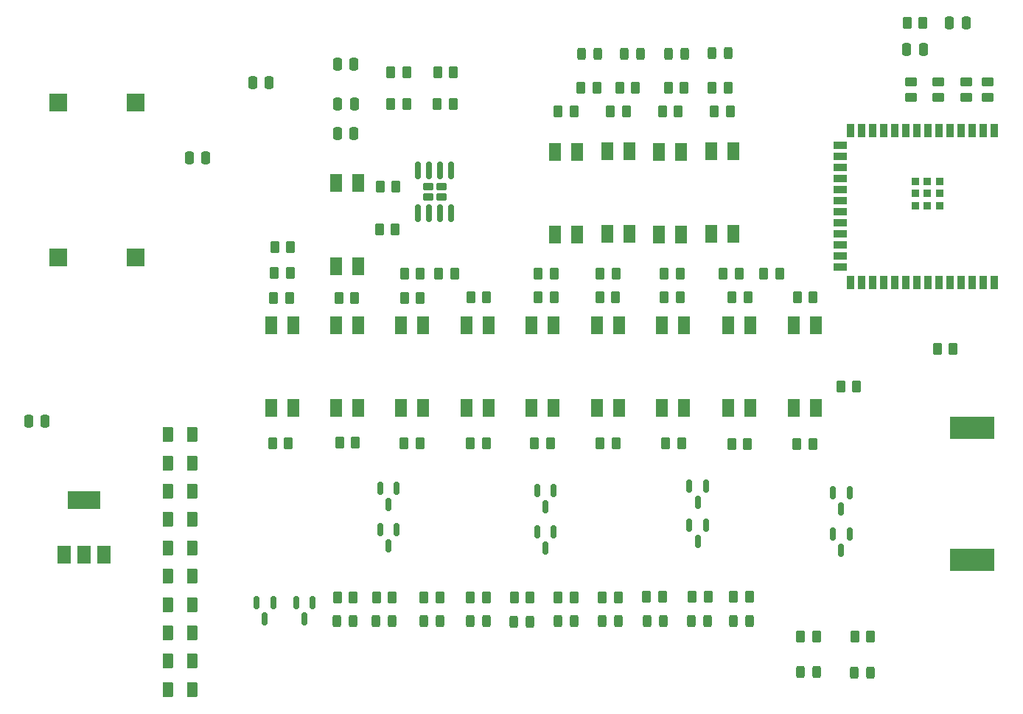
<source format=gbr>
%TF.GenerationSoftware,KiCad,Pcbnew,9.0.5+1*%
%TF.CreationDate,2025-10-19T05:27:58+07:00*%
%TF.ProjectId,TARA_T8X,54415241-5f54-4385-982e-6b696361645f,rev?*%
%TF.SameCoordinates,Original*%
%TF.FileFunction,Paste,Top*%
%TF.FilePolarity,Positive*%
%FSLAX46Y46*%
G04 Gerber Fmt 4.6, Leading zero omitted, Abs format (unit mm)*
G04 Created by KiCad (PCBNEW 9.0.5+1) date 2025-10-19 05:27:58*
%MOMM*%
%LPD*%
G01*
G04 APERTURE LIST*
G04 Aperture macros list*
%AMRoundRect*
0 Rectangle with rounded corners*
0 $1 Rounding radius*
0 $2 $3 $4 $5 $6 $7 $8 $9 X,Y pos of 4 corners*
0 Add a 4 corners polygon primitive as box body*
4,1,4,$2,$3,$4,$5,$6,$7,$8,$9,$2,$3,0*
0 Add four circle primitives for the rounded corners*
1,1,$1+$1,$2,$3*
1,1,$1+$1,$4,$5*
1,1,$1+$1,$6,$7*
1,1,$1+$1,$8,$9*
0 Add four rect primitives between the rounded corners*
20,1,$1+$1,$2,$3,$4,$5,0*
20,1,$1+$1,$4,$5,$6,$7,0*
20,1,$1+$1,$6,$7,$8,$9,0*
20,1,$1+$1,$8,$9,$2,$3,0*%
G04 Aperture macros list end*
%ADD10RoundRect,0.243750X0.243750X0.456250X-0.243750X0.456250X-0.243750X-0.456250X0.243750X-0.456250X0*%
%ADD11RoundRect,0.150000X-0.150000X0.587500X-0.150000X-0.587500X0.150000X-0.587500X0.150000X0.587500X0*%
%ADD12RoundRect,0.250000X-0.262500X-0.450000X0.262500X-0.450000X0.262500X0.450000X-0.262500X0.450000X0*%
%ADD13RoundRect,0.250000X0.262500X0.450000X-0.262500X0.450000X-0.262500X-0.450000X0.262500X-0.450000X0*%
%ADD14RoundRect,0.243750X-0.243750X-0.456250X0.243750X-0.456250X0.243750X0.456250X-0.243750X0.456250X0*%
%ADD15RoundRect,0.250000X0.375000X0.625000X-0.375000X0.625000X-0.375000X-0.625000X0.375000X-0.625000X0*%
%ADD16RoundRect,0.250000X0.450000X-0.262500X0.450000X0.262500X-0.450000X0.262500X-0.450000X-0.262500X0*%
%ADD17R,1.400000X2.000000*%
%ADD18R,2.000000X2.000000*%
%ADD19R,0.900000X0.900000*%
%ADD20R,0.900000X1.500000*%
%ADD21R,1.500000X0.900000*%
%ADD22RoundRect,0.250000X-0.250000X-0.475000X0.250000X-0.475000X0.250000X0.475000X-0.250000X0.475000X0*%
%ADD23RoundRect,0.250000X0.250000X0.475000X-0.250000X0.475000X-0.250000X-0.475000X0.250000X-0.475000X0*%
%ADD24R,5.100000X2.500000*%
%ADD25RoundRect,0.230000X0.375000X-0.230000X0.375000X0.230000X-0.375000X0.230000X-0.375000X-0.230000X0*%
%ADD26RoundRect,0.150000X0.150000X-0.825000X0.150000X0.825000X-0.150000X0.825000X-0.150000X-0.825000X0*%
%ADD27R,1.500000X2.000000*%
%ADD28R,3.800000X2.000000*%
G04 APERTURE END LIST*
D10*
%TO.C,LED5*%
X137174187Y-122745525D03*
X135299187Y-122745525D03*
%TD*%
D11*
%TO.C,Q2*%
X112193037Y-120551282D03*
X110293037Y-120551282D03*
X111243037Y-122426282D03*
%TD*%
D12*
%TO.C,R64*%
X126644805Y-82741381D03*
X128469805Y-82741381D03*
%TD*%
D13*
%TO.C,R23*%
X117009898Y-85539155D03*
X115184898Y-85539155D03*
%TD*%
%TO.C,R26*%
X139906418Y-85490495D03*
X138081418Y-85490495D03*
%TD*%
%TO.C,R17*%
X147022500Y-102235000D03*
X145197500Y-102235000D03*
%TD*%
D12*
%TO.C,R7*%
X145474335Y-119909637D03*
X147299335Y-119909637D03*
%TD*%
D14*
%TO.C,LED12*%
X153037500Y-57550000D03*
X154912500Y-57550000D03*
%TD*%
D12*
%TO.C,R36*%
X146387500Y-64100000D03*
X148212500Y-64100000D03*
%TD*%
D15*
%TO.C,D3*%
X98393894Y-107743676D03*
X95593894Y-107743676D03*
%TD*%
D12*
%TO.C,R9*%
X155775000Y-119875000D03*
X157600000Y-119875000D03*
%TD*%
D11*
%TO.C,Q5*%
X139850000Y-107625000D03*
X137950000Y-107625000D03*
X138900000Y-109500000D03*
%TD*%
D12*
%TO.C,R1*%
X115027041Y-119967787D03*
X116852041Y-119967787D03*
%TD*%
D11*
%TO.C,Q9*%
X173850000Y-107875000D03*
X171950000Y-107875000D03*
X172900000Y-109750000D03*
%TD*%
D16*
%TO.C,R33*%
X187245284Y-62545519D03*
X187245284Y-60720519D03*
%TD*%
D11*
%TO.C,Q1*%
X107645598Y-120494834D03*
X105745598Y-120494834D03*
X106695598Y-122369834D03*
%TD*%
D17*
%TO.C,OPTO10*%
X169983297Y-88654867D03*
X167443297Y-88654867D03*
X167443297Y-98154867D03*
X169983297Y-98154867D03*
%TD*%
D15*
%TO.C,D4*%
X98383100Y-110990841D03*
X95583100Y-110990841D03*
%TD*%
D17*
%TO.C,OPTO9*%
X162481430Y-88668765D03*
X159941430Y-88668765D03*
X159941430Y-98168765D03*
X162481430Y-98168765D03*
%TD*%
%TO.C,OPTO5*%
X132377655Y-88678882D03*
X129837655Y-88678882D03*
X129837655Y-98178882D03*
X132377655Y-98178882D03*
%TD*%
D11*
%TO.C,Q4*%
X121850000Y-112125000D03*
X119950000Y-112125000D03*
X120900000Y-114000000D03*
%TD*%
D18*
%TO.C,U1*%
X82960000Y-63125000D03*
X91850000Y-63125000D03*
X91850000Y-80905000D03*
X82960000Y-80905000D03*
%TD*%
D11*
%TO.C,Q10*%
X173850000Y-112625000D03*
X171950000Y-112625000D03*
X172900000Y-114500000D03*
%TD*%
D13*
%TO.C,RT1*%
X128331617Y-63272079D03*
X126506617Y-63272079D03*
%TD*%
D15*
%TO.C,D10*%
X98372394Y-130479873D03*
X95572394Y-130479873D03*
%TD*%
%TO.C,D1*%
X98393894Y-101248582D03*
X95593894Y-101248582D03*
%TD*%
D19*
%TO.C,J2*%
X184190000Y-72145000D03*
X182790000Y-72145000D03*
X181390000Y-72145000D03*
X184190000Y-73545000D03*
X182790000Y-73545000D03*
X181390000Y-73545000D03*
X184190000Y-74945000D03*
X182790000Y-74945000D03*
X181390000Y-74945000D03*
D20*
X190510000Y-66295000D03*
X189240000Y-66295000D03*
X187970000Y-66295000D03*
X186700000Y-66295000D03*
X185430000Y-66295000D03*
X184160000Y-66295000D03*
X182890000Y-66295000D03*
X181620000Y-66295000D03*
X180350000Y-66295000D03*
X179080000Y-66295000D03*
X177810000Y-66295000D03*
X176540000Y-66295000D03*
X175270000Y-66295000D03*
X174000000Y-66295000D03*
D21*
X172750000Y-68060000D03*
X172750000Y-69330000D03*
X172750000Y-70600000D03*
X172750000Y-71870000D03*
X172750000Y-73140000D03*
X172750000Y-74410000D03*
X172750000Y-75680000D03*
X172750000Y-76950000D03*
X172750000Y-78220000D03*
X172750000Y-79490000D03*
X172750000Y-80760000D03*
X172750000Y-82030000D03*
D20*
X174000000Y-83795000D03*
X175270000Y-83795000D03*
X176540000Y-83795000D03*
X177810000Y-83795000D03*
X179080000Y-83795000D03*
X180350000Y-83795000D03*
X181620000Y-83795000D03*
X182890000Y-83795000D03*
X184160000Y-83795000D03*
X185430000Y-83795000D03*
X186700000Y-83795000D03*
X187970000Y-83795000D03*
X189240000Y-83795000D03*
X190510000Y-83795000D03*
%TD*%
D14*
%TO.C,Dled1*%
X168212500Y-128475000D03*
X170087500Y-128475000D03*
%TD*%
D12*
%TO.C,R25*%
X130323620Y-85495804D03*
X132148620Y-85495804D03*
%TD*%
D13*
%TO.C,R14*%
X124512500Y-102200000D03*
X122687500Y-102200000D03*
%TD*%
D17*
%TO.C,OPTO3*%
X117390000Y-88675000D03*
X114850000Y-88675000D03*
X114850000Y-98175000D03*
X117390000Y-98175000D03*
%TD*%
D16*
%TO.C,R34*%
X189722974Y-62554764D03*
X189722974Y-60729764D03*
%TD*%
D12*
%TO.C,R28*%
X152580756Y-85499391D03*
X154405756Y-85499391D03*
%TD*%
%TO.C,R_led2*%
X174437500Y-124425000D03*
X176262500Y-124425000D03*
%TD*%
D17*
%TO.C,OPTO7*%
X147374239Y-88678680D03*
X144834239Y-88678680D03*
X144834239Y-98178680D03*
X147374239Y-98178680D03*
%TD*%
%TO.C,OPTO2*%
X109920000Y-88675000D03*
X107380000Y-88675000D03*
X107380000Y-98175000D03*
X109920000Y-98175000D03*
%TD*%
D12*
%TO.C,R35*%
X140362500Y-64100000D03*
X142187500Y-64100000D03*
%TD*%
D11*
%TO.C,Q7*%
X157350000Y-107125000D03*
X155450000Y-107125000D03*
X156400000Y-109000000D03*
%TD*%
D12*
%TO.C,R21*%
X119925000Y-72750000D03*
X121750000Y-72750000D03*
%TD*%
D16*
%TO.C,R31*%
X180946475Y-62546460D03*
X180946475Y-60721460D03*
%TD*%
D22*
%TO.C,C3*%
X115047916Y-63296790D03*
X116947916Y-63296790D03*
%TD*%
D12*
%TO.C,R2*%
X119518263Y-119951350D03*
X121343263Y-119951350D03*
%TD*%
%TO.C,R27*%
X145175000Y-85500000D03*
X147000000Y-85500000D03*
%TD*%
D10*
%TO.C,LED1*%
X116850000Y-122625000D03*
X114975000Y-122625000D03*
%TD*%
D12*
%TO.C,R70*%
X172835786Y-95741155D03*
X174660786Y-95741155D03*
%TD*%
%TO.C,R66*%
X145176622Y-82738221D03*
X147001622Y-82738221D03*
%TD*%
D10*
%TO.C,LED7*%
X147337500Y-122625000D03*
X145462500Y-122625000D03*
%TD*%
D13*
%TO.C,RT2*%
X122998648Y-63282128D03*
X121173648Y-63282128D03*
%TD*%
D17*
%TO.C,OPTO6*%
X139887860Y-88678245D03*
X137347860Y-88678245D03*
X137347860Y-98178245D03*
X139887860Y-98178245D03*
%TD*%
D14*
%TO.C,LED13*%
X147975000Y-57525000D03*
X149850000Y-57525000D03*
%TD*%
%TO.C,LED14*%
X143062500Y-57525000D03*
X144937500Y-57525000D03*
%TD*%
D13*
%TO.C,R20*%
X169612500Y-102315000D03*
X167787500Y-102315000D03*
%TD*%
D12*
%TO.C,R8*%
X150525000Y-119875000D03*
X152350000Y-119875000D03*
%TD*%
D16*
%TO.C,R32*%
X184075000Y-62537500D03*
X184075000Y-60712500D03*
%TD*%
D12*
%TO.C,R24*%
X122719628Y-85535540D03*
X124544628Y-85535540D03*
%TD*%
D15*
%TO.C,D7*%
X98380047Y-120739206D03*
X95580047Y-120739206D03*
%TD*%
D13*
%TO.C,Ren1*%
X185760000Y-91385000D03*
X183935000Y-91385000D03*
%TD*%
D15*
%TO.C,D9*%
X98376995Y-127243676D03*
X95576995Y-127243676D03*
%TD*%
D17*
%TO.C,OPTO11*%
X160483800Y-68725000D03*
X157943800Y-68725000D03*
X157943800Y-78225000D03*
X160483800Y-78225000D03*
%TD*%
D11*
%TO.C,Q3*%
X121850000Y-107375000D03*
X119950000Y-107375000D03*
X120900000Y-109250000D03*
%TD*%
D23*
%TO.C,C4*%
X187250000Y-54000000D03*
X185350000Y-54000000D03*
%TD*%
D12*
%TO.C,R_led1*%
X168237500Y-124425000D03*
X170062500Y-124425000D03*
%TD*%
D14*
%TO.C,Dled2*%
X174375000Y-128525000D03*
X176250000Y-128525000D03*
%TD*%
D13*
%TO.C,RL1*%
X159912500Y-61400000D03*
X158087500Y-61400000D03*
%TD*%
D24*
%TO.C,BT1*%
X187950000Y-115650000D03*
X187950000Y-100450000D03*
%TD*%
D10*
%TO.C,LED9*%
X157515160Y-122599460D03*
X155640160Y-122599460D03*
%TD*%
D15*
%TO.C,D6*%
X98380047Y-117484736D03*
X95580047Y-117484736D03*
%TD*%
D10*
%TO.C,LED6*%
X142237500Y-122625000D03*
X140362500Y-122625000D03*
%TD*%
D11*
%TO.C,Q6*%
X139850000Y-112375000D03*
X137950000Y-112375000D03*
X138900000Y-114250000D03*
%TD*%
D13*
%TO.C,Rbo1*%
X182289710Y-53985451D03*
X180464710Y-53985451D03*
%TD*%
D22*
%TO.C,C5*%
X115019999Y-58725857D03*
X116919999Y-58725857D03*
%TD*%
%TO.C,C4*%
X115040000Y-66655000D03*
X116940000Y-66655000D03*
%TD*%
D12*
%TO.C,RF2*%
X126514014Y-59669124D03*
X128339014Y-59669124D03*
%TD*%
D11*
%TO.C,Q8*%
X157350000Y-111625000D03*
X155450000Y-111625000D03*
X156400000Y-113500000D03*
%TD*%
D13*
%TO.C,R13*%
X117104998Y-102185455D03*
X115279998Y-102185455D03*
%TD*%
D12*
%TO.C,R3*%
X124982310Y-119938398D03*
X126807310Y-119938398D03*
%TD*%
D10*
%TO.C,LED4*%
X132137500Y-122625000D03*
X130262500Y-122625000D03*
%TD*%
D23*
%TO.C,C5*%
X99900000Y-69500000D03*
X98000000Y-69500000D03*
%TD*%
D12*
%TO.C,RL2*%
X153037500Y-61400000D03*
X154862500Y-61400000D03*
%TD*%
%TO.C,R67*%
X152569628Y-82748377D03*
X154394628Y-82748377D03*
%TD*%
D10*
%TO.C,LED10*%
X162350000Y-122625000D03*
X160475000Y-122625000D03*
%TD*%
D12*
%TO.C,R4*%
X130287347Y-119928575D03*
X132112347Y-119928575D03*
%TD*%
D13*
%TO.C,R18*%
X154542500Y-102265000D03*
X152717500Y-102265000D03*
%TD*%
D15*
%TO.C,D5*%
X98398437Y-114244530D03*
X95598437Y-114244530D03*
%TD*%
D13*
%TO.C,R16*%
X139495360Y-102199302D03*
X137670360Y-102199302D03*
%TD*%
%TO.C,R37*%
X154179217Y-64122188D03*
X152354217Y-64122188D03*
%TD*%
D17*
%TO.C,OPTO14*%
X142525000Y-68750000D03*
X139985000Y-68750000D03*
X139985000Y-78250000D03*
X142525000Y-78250000D03*
%TD*%
D12*
%TO.C,R30*%
X167857212Y-85488523D03*
X169682212Y-85488523D03*
%TD*%
D13*
%TO.C,R38*%
X160161629Y-64122753D03*
X158336629Y-64122753D03*
%TD*%
D17*
%TO.C,OPTO4*%
X124864818Y-88672981D03*
X122324818Y-88672981D03*
X122324818Y-98172981D03*
X124864818Y-98172981D03*
%TD*%
D15*
%TO.C,D2*%
X98380829Y-104496093D03*
X95580829Y-104496093D03*
%TD*%
D14*
%TO.C,LED11*%
X158062500Y-57425000D03*
X159937500Y-57425000D03*
%TD*%
D10*
%TO.C,LED8*%
X152435160Y-122599460D03*
X150560160Y-122599460D03*
%TD*%
D12*
%TO.C,R10*%
X160525000Y-119875000D03*
X162350000Y-119875000D03*
%TD*%
%TO.C,RL4*%
X143012500Y-61425000D03*
X144837500Y-61425000D03*
%TD*%
D15*
%TO.C,D8*%
X98398451Y-123977038D03*
X95598451Y-123977038D03*
%TD*%
D17*
%TO.C,OPTO13*%
X148595000Y-68675000D03*
X146055000Y-68675000D03*
X146055000Y-78175000D03*
X148595000Y-78175000D03*
%TD*%
D13*
%TO.C,R12*%
X109399406Y-102247053D03*
X107574406Y-102247053D03*
%TD*%
%TO.C,R15*%
X132101352Y-102196284D03*
X130276352Y-102196284D03*
%TD*%
%TO.C,R19*%
X162142500Y-102295000D03*
X160317500Y-102295000D03*
%TD*%
D10*
%TO.C,LED3*%
X126837500Y-122625000D03*
X124962500Y-122625000D03*
%TD*%
D23*
%TO.C,C2*%
X107190000Y-60835000D03*
X105290000Y-60835000D03*
%TD*%
D12*
%TO.C,R63*%
X122729046Y-82774657D03*
X124554046Y-82774657D03*
%TD*%
D17*
%TO.C,OPTO12*%
X154520000Y-68750000D03*
X151980000Y-68750000D03*
X151980000Y-78250000D03*
X154520000Y-78250000D03*
%TD*%
D25*
%TO.C,U4*%
X125445000Y-73920000D03*
X126945000Y-73920000D03*
X125445000Y-72780000D03*
X126945000Y-72780000D03*
D26*
X124290000Y-75825000D03*
X125560000Y-75825000D03*
X126830000Y-75825000D03*
X128100000Y-75825000D03*
X128100000Y-70875000D03*
X126830000Y-70875000D03*
X125560000Y-70875000D03*
X124290000Y-70875000D03*
%TD*%
D12*
%TO.C,RL3*%
X147437500Y-61425000D03*
X149262500Y-61425000D03*
%TD*%
D13*
%TO.C,R68*%
X161155148Y-82749391D03*
X159330148Y-82749391D03*
%TD*%
D12*
%TO.C,R5*%
X135335158Y-119924963D03*
X137160158Y-119924963D03*
%TD*%
%TO.C,R65*%
X138067270Y-82726120D03*
X139892270Y-82726120D03*
%TD*%
D13*
%TO.C,R62*%
X109615915Y-82711469D03*
X107790915Y-82711469D03*
%TD*%
D23*
%TO.C,CR1*%
X182327210Y-57010451D03*
X180427210Y-57010451D03*
%TD*%
D22*
%TO.C,C2*%
X79560000Y-99655000D03*
X81460000Y-99655000D03*
%TD*%
D13*
%TO.C,R61*%
X121662500Y-77662500D03*
X119837500Y-77662500D03*
%TD*%
%TO.C,R69*%
X165827438Y-82755183D03*
X164002438Y-82755183D03*
%TD*%
D17*
%TO.C,OPTO8*%
X154868545Y-88672016D03*
X152328545Y-88672016D03*
X152328545Y-98172016D03*
X154868545Y-98172016D03*
%TD*%
D27*
%TO.C,U2*%
X83610000Y-115035000D03*
X85910000Y-115035000D03*
D28*
X85910000Y-108735000D03*
D27*
X88210000Y-115035000D03*
%TD*%
D12*
%TO.C,R22*%
X107706907Y-85513540D03*
X109531907Y-85513540D03*
%TD*%
%TO.C,R11*%
X107803305Y-79731131D03*
X109628305Y-79731131D03*
%TD*%
D13*
%TO.C,R29*%
X162191653Y-85449847D03*
X160366653Y-85449847D03*
%TD*%
D10*
%TO.C,LED2*%
X121337500Y-122625000D03*
X119462500Y-122625000D03*
%TD*%
D12*
%TO.C,RF1*%
X121145163Y-59661175D03*
X122970163Y-59661175D03*
%TD*%
D17*
%TO.C,OPTO1*%
X117370000Y-72375000D03*
X114830000Y-72375000D03*
X114830000Y-81875000D03*
X117370000Y-81875000D03*
%TD*%
D13*
%TO.C,R6*%
X142207784Y-119918499D03*
X140382784Y-119918499D03*
%TD*%
M02*

</source>
